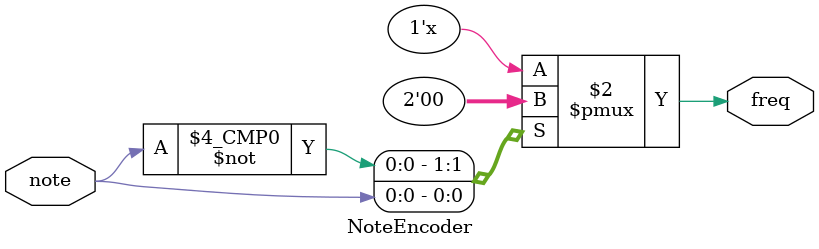
<source format=sv>
module NoteEncoder(input logic note, output logic freq);
    always_comb
        case(note)
            0:       freq = 262; 
            1:       freq = 294;
            2:       freq = 330;
            3:       freq = 349;
            4:       freq = 392;
            5:       freq = 440;
            6:       freq = 494;
            7:       freq = 523;
            8:       freq = 587;
            9:       freq = 659;
            default: freq = 0;
        endcase
endmodule
</source>
